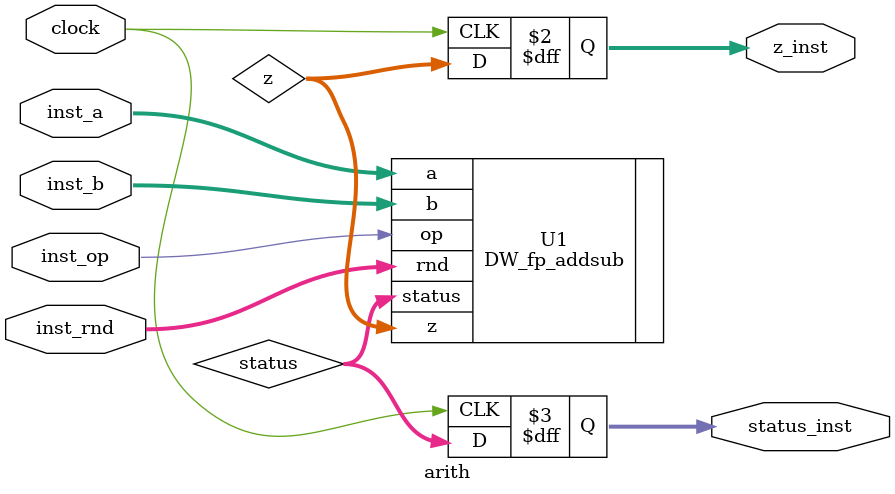
<source format=v>
`include "/afs/bp/dist/synopsys_syn/dw/sim_ver/DW_fp_addsub.v"

module arith( clock, inst_a, inst_b, inst_rnd, inst_op, z_inst, status_inst);

parameter sig_width = 52;
parameter exp_width = 11;
parameter ieee_compliance = 0;

input clock;
input [sig_width+exp_width : 0] inst_a;
input [sig_width+exp_width : 0] inst_b;
input [2 : 0] inst_rnd;
input inst_op;
output [sig_width+exp_width : 0] z_inst;
output [7 : 0] status_inst;

reg [sig_width+exp_width : 0] z_inst;
wire [sig_width+exp_width : 0] z;

reg [7 : 0] status_inst;
wire [7 : 0] status;


always@(posedge clock)
begin
	z_inst<=z;
	status_inst<=status;
end
    // Instance of DW_fp_addsub

    DW_fp_addsub #(sig_width, exp_width, ieee_compliance)
	  U1 ( .a(inst_a), .b(inst_b), .rnd(inst_rnd), .op(inst_op), .z(z), .status(status));


endmodule

</source>
